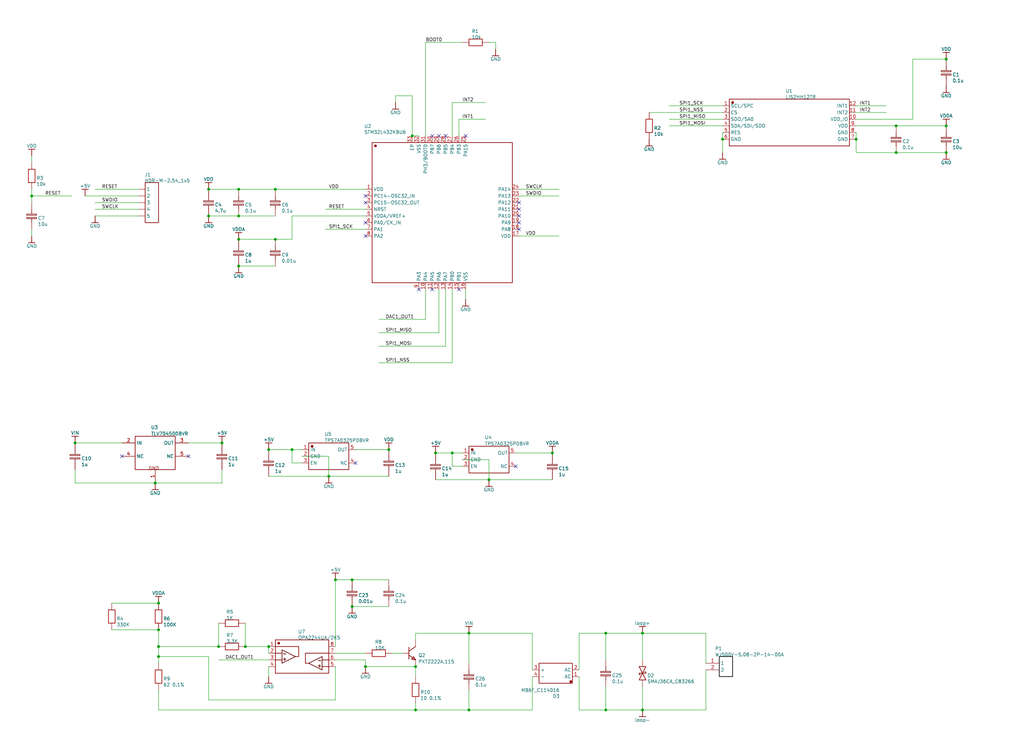
<source format=kicad_sch>
(kicad_sch (version 20231120) (generator "eeschema") (generator_version "8.0")
  (paper "User" 389.636 285.445)
  (lib_symbols
    (symbol "vibration_detection_AD_v02-altium-import:+5V_BAR" (power)
      (property "Reference" "#PWR" (at 0 0 0))
      (property "Value" "+5V" (at 0 3.81 0))
      (symbol "+5V_BAR_0_0"
        (pin power_in line (at 0 0 0) (length 0) hide (name "+5V") (number ""))
      )
    )
    (symbol "vibration_detection_AD_v02-altium-import:GND_BAR" (power)
      (property "Reference" "#PWR" (at 0 0 0))
      (property "Value" "GND" (at 0 3.81 0))
      (symbol "GND_BAR_0_0"
        (pin power_in line (at 0 0 0) (length 0) hide (name "GND") (number ""))
      )
    )
    (symbol "vibration_detection_AD_v02-altium-import:VDDA_BAR" (power)
      (property "Reference" "#PWR" (at 0 0 0))
      (property "Value" "VDDA" (at 0 3.81 0))
      (symbol "VDDA_BAR_0_0"
        (pin power_in line (at 0 0 0) (length 0) hide (name "VDDA") (number ""))
      )
    )
    (symbol "vibration_detection_AD_v02-altium-import:VDD_BAR" (power)
      (property "Reference" "#PWR" (at 0 0 0))
      (property "Value" "VDD" (at 0 3.81 0))
      (symbol "VDD_BAR_0_0"
        (pin power_in line (at 0 0 0) (length 0) hide (name "VDD") (number ""))
      )
    )
    (symbol "vibration_detection_AD_v02-altium-import:VIN_BAR" (power)
      (property "Reference" "#PWR" (at 0 0 0))
      (property "Value" "VIN" (at 0 3.81 0))
      (symbol "VIN_BAR_0_0"
        (pin power_in line (at 0 0 0) (length 0) hide (name "VIN") (number ""))
      )
    )
    (symbol "vibration_detection_AD_v02-altium-import:loop+_BAR" (power)
      (property "Reference" "#PWR" (at 0 0 0))
      (property "Value" "loop+" (at 0 3.81 0))
      (symbol "loop+_BAR_0_0"
        (pin power_in line (at 0 0 0) (length 0) hide (name "loop+") (number ""))
      )
    )
    (symbol "vibration_detection_AD_v02-altium-import:loop-_BAR" (power)
      (property "Reference" "#PWR" (at 0 0 0))
      (property "Value" "loop-" (at 0 3.81 0))
      (symbol "loop-_BAR_0_0"
        (pin power_in line (at 0 0 0) (length 0) hide (name "loop-") (number ""))
      )
    )
    (symbol "vibration_detection_AD_v02-altium-import:root_0_10k"
      (symbol "root_0_10k_1_0"
        (pin passive line (at -5.08 0 0) (length 2.54) (name "1") (number "1"))
        (pin passive line (at 5.08 0 180) (length 2.54) (name "2") (number "2"))
      )
    )
    (symbol "vibration_detection_AD_v02-altium-import:root_0_1K"
      (symbol "root_0_1K_1_0"
        (pin passive line (at -5.08 0 0) (length 2.54) (name "1") (number "1"))
        (pin passive line (at 5.08 0 180) (length 2.54) (name "2") (number "2"))
      )
    )
    (symbol "vibration_detection_AD_v02-altium-import:root_0_3.3K"
      (symbol "root_0_3.3K_1_0"
        (pin passive line (at -5.08 0 0) (length 2.54) (name "1") (number "1"))
        (pin passive line (at 5.08 0 180) (length 2.54) (name "2") (number "2"))
      )
    )
    (symbol "vibration_detection_AD_v02-altium-import:root_0_HDR-M-2.54_1x5"
      (symbol "root_0_HDR-M-2.54_1x5_1_0"
        (pin passive line (at -5.08 5.08 0) (length 2.54) (name "1") (number "1"))
        (pin passive line (at -5.08 2.54 0) (length 2.54) (name "2") (number "2"))
        (pin passive line (at -5.08 0 0) (length 2.54) (name "3") (number "3"))
        (pin passive line (at -5.08 -2.54 0) (length 2.54) (name "4") (number "4"))
        (pin passive line (at -5.08 -5.08 0) (length 2.54) (name "5") (number "5"))
      )
    )
    (symbol "vibration_detection_AD_v02-altium-import:root_0_LIS2HH12TR"
      (symbol "root_0_LIS2HH12TR_1_0"
        (pin passive line (at -25.4 6.35 0) (length 2.54) (name "SCL/SPC") (number "1"))
        (pin passive line (at 25.4 1.27 180) (length 2.54) (name "VDD_IO") (number "10"))
        (pin passive line (at 25.4 3.81 180) (length 2.54) (name "INT2") (number "11"))
        (pin passive line (at 25.4 6.35 180) (length 2.54) (name "INT1") (number "12"))
        (pin passive line (at -25.4 3.81 0) (length 2.54) (name "CS") (number "2"))
        (pin passive line (at -25.4 1.27 0) (length 2.54) (name "SDO/SA0") (number "3"))
        (pin passive line (at -25.4 -1.27 0) (length 2.54) (name "SDA/SDI/SDO") (number "4"))
        (pin passive line (at -25.4 -3.81 0) (length 2.54) (name "RES") (number "5"))
        (pin passive line (at -25.4 -6.35 0) (length 2.54) (name "GND") (number "6"))
        (pin passive line (at 25.4 -6.35 180) (length 2.54) (name "GND") (number "7"))
        (pin passive line (at 25.4 -3.81 180) (length 2.54) (name "GND") (number "8"))
        (pin passive line (at 25.4 -1.27 180) (length 2.54) (name "VDD") (number "9"))
      )
    )
    (symbol "vibration_detection_AD_v02-altium-import:root_0_MB6F_C114016"
      (symbol "root_0_MB6F_C114016_1_0"
        (pin passive line (at 10.16 0 180) (length 2.54) (name "AC") (number "1"))
        (pin passive line (at 10.16 2.54 180) (length 2.54) (name "AC") (number "2"))
        (pin passive line (at -7.62 2.54 0) (length 2.54) (name "+") (number "3"))
        (pin passive line (at -7.62 0 0) (length 2.54) (name "-") (number "4"))
      )
    )
    (symbol "vibration_detection_AD_v02-altium-import:root_0_OPA2244UA/2K5"
      (symbol "root_0_OPA2244UA/2K5_1_0"
        (pin passive line (at -12.7 3.81 0) (length 2.54) (name "OUTA") (number "1"))
        (pin passive line (at -12.7 1.27 0) (length 2.54) (name "INA-") (number "2"))
        (pin passive line (at -12.7 -1.27 0) (length 2.54) (name "INA+") (number "3"))
        (pin passive line (at -12.7 -3.81 0) (length 2.54) (name "V-") (number "4"))
        (pin passive line (at 12.7 -3.81 180) (length 2.54) (name "INB+") (number "5"))
        (pin passive line (at 12.7 -1.27 180) (length 2.54) (name "INB-") (number "6"))
        (pin passive line (at 12.7 1.27 180) (length 2.54) (name "OUTB") (number "7"))
        (pin passive line (at 12.7 3.81 180) (length 2.54) (name "V+") (number "8"))
      )
    )
    (symbol "vibration_detection_AD_v02-altium-import:root_0_PXT2222A,115"
      (symbol "root_0_PXT2222A,115_1_0"
        (pin passive line (at 0 -5.08 90) (length 2.54) (name "E") (number "1"))
        (pin passive line (at 0 5.08 270) (length 2.54) (name "C") (number "2"))
        (pin passive line (at -5.08 0 0) (length 2.54) (name "B") (number "3"))
      )
    )
    (symbol "vibration_detection_AD_v02-altium-import:root_0_STM32L432KBU6"
      (symbol "root_0_STM32L432KBU6_1_0"
        (pin passive line (at -29.21 8.89 0) (length 2.54) (name "VDD") (number "1"))
        (pin passive line (at -6.35 -29.21 90) (length 2.54) (name "PA4") (number "10"))
        (pin passive line (at -3.81 -29.21 90) (length 2.54) (name "PA5") (number "11"))
        (pin passive line (at -1.27 -29.21 90) (length 2.54) (name "PA6") (number "12"))
        (pin passive line (at 1.27 -29.21 90) (length 2.54) (name "PA7") (number "13"))
        (pin passive line (at 3.81 -29.21 90) (length 2.54) (name "PB0") (number "14"))
        (pin passive line (at 6.35 -29.21 90) (length 2.54) (name "PB1") (number "15"))
        (pin passive line (at 8.89 -29.21 90) (length 2.54) (name "VSS") (number "16"))
        (pin passive line (at 29.21 -8.89 180) (length 2.54) (name "VDD") (number "17"))
        (pin passive line (at 29.21 -6.35 180) (length 2.54) (name "PA8") (number "18"))
        (pin passive line (at 29.21 -3.81 180) (length 2.54) (name "PA9") (number "19"))
        (pin passive line (at -29.21 6.35 0) (length 2.54) (name "PC14-OSC32_IN") (number "2"))
        (pin passive line (at 29.21 -1.27 180) (length 2.54) (name "PA10") (number "20"))
        (pin passive line (at 29.21 1.27 180) (length 2.54) (name "PA11") (number "21"))
        (pin passive line (at 29.21 3.81 180) (length 2.54) (name "PA12") (number "22"))
        (pin passive line (at 29.21 6.35 180) (length 2.54) (name "PA13") (number "23"))
        (pin passive line (at 29.21 8.89 180) (length 2.54) (name "PA14") (number "24"))
        (pin passive line (at 8.89 29.21 270) (length 2.54) (name "PA15") (number "25"))
        (pin passive line (at 6.35 29.21 270) (length 2.54) (name "PB3") (number "26"))
        (pin passive line (at 3.81 29.21 270) (length 2.54) (name "PB4") (number "27"))
        (pin passive line (at 1.27 29.21 270) (length 2.54) (name "PB5") (number "28"))
        (pin passive line (at -1.27 29.21 270) (length 2.54) (name "PB6") (number "29"))
        (pin passive line (at -29.21 3.81 0) (length 2.54) (name "PC15-OSC32_OUT") (number "3"))
        (pin passive line (at -3.81 29.21 270) (length 2.54) (name "PB7") (number "30"))
        (pin passive line (at -6.35 29.21 270) (length 2.54) (name "PH3/BOOT0") (number "31"))
        (pin passive line (at -8.89 29.21 270) (length 2.54) (name "VSS") (number "32"))
        (pin passive line (at -11.43 29.21 270) (length 2.54) (name "EP") (number "33"))
        (pin passive line (at -29.21 1.27 0) (length 2.54) (name "NRST") (number "4"))
        (pin passive line (at -29.21 -1.27 0) (length 2.54) (name "VDDA/VREF+") (number "5"))
        (pin passive line (at -29.21 -3.81 0) (length 2.54) (name "PA0/CK_IN") (number "6"))
        (pin passive line (at -29.21 -6.35 0) (length 2.54) (name "PA1") (number "7"))
        (pin passive line (at -29.21 -8.89 0) (length 2.54) (name "PA2") (number "8"))
        (pin passive line (at -8.89 -29.21 90) (length 2.54) (name "PA3") (number "9"))
      )
    )
    (symbol "vibration_detection_AD_v02-altium-import:root_0_TLV70450DBVR"
      (symbol "root_0_TLV70450DBVR_1_0"
        (text "GND" (at -2.54 -4.064 0) (effects (font (size 1.27 1.27)) (justify left bottom)))
        (pin passive line (at 0 -8.89 90) (length 5.08) (name "GND") (number "1"))
        (pin passive line (at -12.7 6.35 0) (length 5.08) (name "IN") (number "2"))
        (pin passive line (at 12.7 6.35 180) (length 5.08) (name "OUT") (number "3"))
        (pin passive line (at -12.7 1.27 0) (length 5.08) (name "NC") (number "4"))
        (pin passive line (at 12.7 1.27 180) (length 5.08) (name "NC") (number "5"))
      )
    )
    (symbol "vibration_detection_AD_v02-altium-import:root_0_TPS7A0325PDBVR"
      (symbol "root_0_TPS7A0325PDBVR_1_0"
        (pin passive line (at -10.16 2.54 0) (length 2.54) (name "IN") (number "1"))
        (pin passive line (at -10.16 0 0) (length 2.54) (name "GND") (number "2"))
        (pin passive line (at -10.16 -2.54 0) (length 2.54) (name "EN") (number "3"))
        (pin passive line (at 10.16 -2.54 180) (length 2.54) (name "NC") (number "4"))
        (pin passive line (at 10.16 2.54 180) (length 2.54) (name "OUT") (number "5"))
      )
    )
    (symbol "vibration_detection_AD_v02-altium-import:root_1_0.01u"
      (symbol "root_1_0.01u_1_0"
        (pin passive line (at 0 -5.08 90) (length 2.54) (name "1") (number "1"))
        (pin passive line (at 0 5.08 270) (length 2.54) (name "2") (number "2"))
      )
    )
    (symbol "vibration_detection_AD_v02-altium-import:root_1_0.1u"
      (symbol "root_1_0.1u_1_0"
        (pin passive line (at 0 -5.08 90) (length 2.54) (name "1") (number "1"))
        (pin passive line (at 0 5.08 270) (length 2.54) (name "2") (number "2"))
      )
    )
    (symbol "vibration_detection_AD_v02-altium-import:root_1_10k"
      (symbol "root_1_10k_1_0"
        (pin passive line (at 0 -5.08 90) (length 2.54) (name "1") (number "1"))
        (pin passive line (at 0 5.08 270) (length 2.54) (name "2") (number "2"))
      )
    )
    (symbol "vibration_detection_AD_v02-altium-import:root_1_10u"
      (symbol "root_1_10u_1_0"
        (pin passive line (at 0 -5.08 90) (length 2.54) (name "1") (number "1"))
        (pin passive line (at 0 5.08 270) (length 2.54) (name "2") (number "2"))
      )
    )
    (symbol "vibration_detection_AD_v02-altium-import:root_1_1u"
      (symbol "root_1_1u_1_0"
        (pin passive line (at 0 -5.08 90) (length 2.54) (name "1") (number "1"))
        (pin passive line (at 0 5.08 270) (length 2.54) (name "2") (number "2"))
      )
    )
    (symbol "vibration_detection_AD_v02-altium-import:root_1_4.7u"
      (symbol "root_1_4.7u_1_0"
        (pin passive line (at 0 -5.08 90) (length 2.54) (name "1") (number "1"))
        (pin passive line (at 0 5.08 270) (length 2.54) (name "2") (number "2"))
      )
    )
    (symbol "vibration_detection_AD_v02-altium-import:root_1_SMAJ36CA_C83266"
      (symbol "root_1_SMAJ36CA_C83266_1_0"
        (pin passive line (at 0 -5.08 90) (length 2.54) (name "K") (number "1"))
        (pin passive line (at 0 5.08 270) (length 2.54) (name "A") (number "2"))
      )
    )
    (symbol "vibration_detection_AD_v02-altium-import:root_2_1k"
      (symbol "root_2_1k_1_0"
        (pin passive line (at 5.08 0 180) (length 2.54) (name "1") (number "1"))
        (pin passive line (at -5.08 0 0) (length 2.54) (name "2") (number "2"))
      )
    )
    (symbol "vibration_detection_AD_v02-altium-import:root_3_10 0.1%"
      (symbol "root_3_10 0.1%_1_0"
        (pin passive line (at 0 5.08 270) (length 2.54) (name "1") (number "1"))
        (pin passive line (at 0 -5.08 90) (length 2.54) (name "2") (number "2"))
      )
    )
    (symbol "vibration_detection_AD_v02-altium-import:root_3_100K"
      (symbol "root_3_100K_1_0"
        (pin passive line (at 0 5.08 270) (length 2.54) (name "1") (number "1"))
        (pin passive line (at 0 -5.08 90) (length 2.54) (name "2") (number "2"))
      )
    )
    (symbol "vibration_detection_AD_v02-altium-import:root_3_330K"
      (symbol "root_3_330K_1_0"
        (pin passive line (at 0 5.08 270) (length 2.54) (name "1") (number "1"))
        (pin passive line (at 0 -5.08 90) (length 2.54) (name "2") (number "2"))
      )
    )
    (symbol "vibration_detection_AD_v02-altium-import:root_3_62 0.1%"
      (symbol "root_3_62 0.1%_1_0"
        (pin passive line (at 0 5.08 270) (length 2.54) (name "1") (number "1"))
        (pin passive line (at 0 -5.08 90) (length 2.54) (name "2") (number "2"))
      )
    )
    (symbol "vibration_detection_AD_v02-altium-import:root_3_WJ500V-5.08-2P-14-00A"
      (symbol "root_3_WJ500V-5.08-2P-14-00A_1_0"
        (pin passive line (at -5.08 1.27 0) (length 5.08) (name "1") (number "1"))
        (pin passive line (at -5.08 -1.27 0) (length 5.08) (name "2") (number "2"))
      )
    )
  )
  (junction (at 59.055 183.7812))
  (junction (at 244.475 270.1412))
  (junction (at 125.095 181.2412))
  (junction (at 325.755 52.9712))
  (junction (at 244.475 240.9312))
  (junction (at 340.995 58.0512))
  (junction (at 230.505 240.9312))
  (junction (at 210.185 172.3512))
  (junction (at 158.115 253.6312))
  (junction (at 104.775 91.0712))
  (junction (at 147.955 171.0812))
  (junction (at 360.045 58.0512))
  (junction (at 133.985 230.7712))
  (junction (at 172.085 172.3512))
  (junction (at 274.955 52.9712))
  (junction (at 79.375 72.0212))
  (junction (at 360.045 22.4912))
  (junction (at 104.775 72.0212))
  (junction (at 93.345 246.0112))
  (junction (at 178.435 240.9312))
  (junction (at 139.065 253.6312))
  (junction (at 84.455 168.5412))
  (junction (at 28.575 168.5412))
  (junction (at 60.325 249.8212))
  (junction (at 60.325 246.0112))
  (junction (at 90.805 72.0212))
  (junction (at 127.635 220.6112))
  (junction (at 90.805 82.1812))
  (junction (at 60.325 229.5012))
  (junction (at 90.805 101.2312))
  (junction (at 83.185 246.0112))
  (junction (at 156.845 51.7012))
  (junction (at 12.065 74.5612))
  (junction (at 360.045 47.8912))
  (junction (at 230.505 270.1412))
  (junction (at 60.325 239.6612))
  (junction (at 79.375 82.1812))
  (junction (at 111.125 171.0812))
  (junction (at 102.235 171.0812))
  (junction (at 133.985 220.6112))
  (junction (at 165.735 172.3512))
  (junction (at 158.115 270.1412))
  (junction (at 340.995 47.8912))
  (junction (at 178.435 270.1412))
  (junction (at 90.805 91.0712))
  (junction (at 186.055 182.5112))
  (junction (at 102.235 246.0112))
  (no_connect (at 196.215 177.4312))
  (no_connect (at 197.485 87.2612))
  (no_connect (at 177.165 51.7012))
  (no_connect (at 139.065 89.8012))
  (no_connect (at 135.255 176.1612))
  (no_connect (at 164.465 110.1212))
  (no_connect (at 197.485 82.1812))
  (no_connect (at 174.625 110.1212))
  (no_connect (at 71.755 173.6212))
  (no_connect (at 139.065 74.5612))
  (no_connect (at 167.005 51.7012))
  (no_connect (at 169.545 51.7012))
  (no_connect (at 139.065 84.7212))
  (no_connect (at 164.465 51.7012))
  (no_connect (at 46.355 173.6212))
  (no_connect (at 159.385 110.1212))
  (no_connect (at 197.485 84.7212))
  (no_connect (at 139.065 77.1012))
  (no_connect (at 197.485 77.1012))
  (no_connect (at 197.485 79.6412))
  (wire (pts (xy 147.955 230.7712) (xy 133.985 230.7712)))
  (wire (pts (xy 230.505 251.0912) (xy 230.505 240.9312)))
  (wire (pts (xy 161.925 16.1412) (xy 161.925 51.7012)))
  (wire (pts (xy 175.895 174.8912) (xy 186.055 174.8912)))
  (wire (pts (xy 83.185 251.0912) (xy 102.235 251.0912)))
  (wire (pts (xy 230.505 261.2512) (xy 230.505 270.1412)))
  (wire (pts (xy 42.545 239.6612) (xy 60.325 239.6612)))
  (wire (pts (xy 244.475 270.1412) (xy 244.475 261.2512)))
  (wire (pts (xy 161.925 121.5512) (xy 144.145 121.5512)))
  (wire (pts (xy 42.545 229.5012) (xy 60.325 229.5012)))
  (wire (pts (xy 139.065 248.5512) (xy 127.635 248.5512)))
  (wire (pts (xy 27.305 74.5612) (xy 12.065 74.5612)))
  (wire (pts (xy 274.955 52.9712) (xy 274.955 50.4312)))
  (wire (pts (xy 123.825 79.6412) (xy 139.065 79.6412)))
  (wire (pts (xy 158.115 240.9312) (xy 158.115 243.4712)))
  (wire (pts (xy 111.125 171.0812) (xy 114.935 171.0812)))
  (wire (pts (xy 202.565 254.9012) (xy 202.565 240.9312)))
  (wire (pts (xy 60.325 270.1412) (xy 158.115 270.1412)))
  (wire (pts (xy 268.605 270.1412) (xy 244.475 270.1412)))
  (wire (pts (xy 52.705 79.6412) (xy 36.195 79.6412)))
  (wire (pts (xy 202.565 240.9312) (xy 178.435 240.9312)))
  (wire (pts (xy 127.635 266.3312) (xy 127.635 253.6312)))
  (wire (pts (xy 274.955 40.2712) (xy 254.635 40.2712)))
  (wire (pts (xy 158.115 270.1412) (xy 158.115 267.6012)))
  (wire (pts (xy 347.345 22.4912) (xy 360.045 22.4912)))
  (wire (pts (xy 174.625 51.7012) (xy 174.625 45.3512)))
  (wire (pts (xy 178.435 270.1412) (xy 158.115 270.1412)))
  (wire (pts (xy 60.325 262.5212) (xy 60.325 270.1412)))
  (wire (pts (xy 360.045 47.8912) (xy 340.995 47.8912)))
  (wire (pts (xy 104.775 91.0712) (xy 111.125 91.0712)))
  (wire (pts (xy 340.995 47.8912) (xy 325.755 47.8912)))
  (wire (pts (xy 102.235 253.6312) (xy 102.235 257.4412)))
  (wire (pts (xy 90.805 72.0212) (xy 104.775 72.0212)))
  (wire (pts (xy 139.065 251.0912) (xy 139.065 253.6312)))
  (wire (pts (xy 268.605 240.9312) (xy 244.475 240.9312)))
  (wire (pts (xy 172.085 138.0612) (xy 144.145 138.0612)))
  (wire (pts (xy 178.435 240.9312) (xy 158.115 240.9312)))
  (wire (pts (xy 169.545 110.1212) (xy 169.545 131.7112)))
  (wire (pts (xy 111.125 176.1612) (xy 111.125 171.0812)))
  (wire (pts (xy 172.085 172.3512) (xy 175.895 172.3512)))
  (wire (pts (xy 133.985 220.6112) (xy 127.635 220.6112)))
  (wire (pts (xy 79.375 72.0212) (xy 90.805 72.0212)))
  (wire (pts (xy 139.065 253.6312) (xy 158.115 253.6312)))
  (wire (pts (xy 150.495 39.0012) (xy 150.495 36.4612)))
  (wire (pts (xy 127.635 220.6112) (xy 127.635 246.0112)))
  (wire (pts (xy 244.475 240.9312) (xy 244.475 251.0912)))
  (wire (pts (xy 230.505 270.1412) (xy 244.475 270.1412)))
  (wire (pts (xy 60.325 239.6612) (xy 60.325 246.0112)))
  (wire (pts (xy 167.005 126.6312) (xy 144.145 126.6312)))
  (wire (pts (xy 167.005 110.1212) (xy 167.005 126.6312)))
  (wire (pts (xy 135.255 171.0812) (xy 147.955 171.0812)))
  (wire (pts (xy 161.925 110.1212) (xy 161.925 121.5512)))
  (wire (pts (xy 325.755 45.3512) (xy 347.345 45.3512)))
  (wire (pts (xy 60.325 249.8212) (xy 79.375 249.8212)))
  (wire (pts (xy 52.705 82.1812) (xy 36.195 82.1812)))
  (wire (pts (xy 202.565 270.1412) (xy 178.435 270.1412)))
  (wire (pts (xy 347.345 45.3512) (xy 347.345 22.4912)))
  (wire (pts (xy 156.845 51.7012) (xy 159.385 51.7012)))
  (wire (pts (xy 175.895 16.1412) (xy 161.925 16.1412)))
  (wire (pts (xy 28.575 178.7012) (xy 28.575 183.7812)))
  (wire (pts (xy 220.345 240.9312) (xy 230.505 240.9312)))
  (wire (pts (xy 79.375 266.3312) (xy 127.635 266.3312)))
  (wire (pts (xy 172.085 177.4312) (xy 172.085 172.3512)))
  (wire (pts (xy 102.235 181.2412) (xy 125.095 181.2412)))
  (wire (pts (xy 212.725 72.0212) (xy 197.485 72.0212)))
  (wire (pts (xy 71.755 168.5412) (xy 84.455 168.5412)))
  (wire (pts (xy 274.955 47.8912) (xy 254.635 47.8912)))
  (wire (pts (xy 197.485 74.5612) (xy 212.725 74.5612)))
  (wire (pts (xy 104.775 72.0212) (xy 139.065 72.0212)))
  (wire (pts (xy 102.235 171.0812) (xy 111.125 171.0812)))
  (wire (pts (xy 52.705 77.1012) (xy 36.195 77.1012)))
  (wire (pts (xy 79.375 82.1812) (xy 90.805 82.1812)))
  (wire (pts (xy 274.955 58.0512) (xy 274.955 52.9712)))
  (wire (pts (xy 186.055 16.1412) (xy 188.595 16.1412)))
  (wire (pts (xy 325.755 50.4312) (xy 325.755 52.9712)))
  (wire (pts (xy 156.845 36.4612) (xy 156.845 51.7012)))
  (wire (pts (xy 202.565 257.4412) (xy 202.565 270.1412)))
  (wire (pts (xy 90.805 82.1812) (xy 104.775 82.1812)))
  (wire (pts (xy 60.325 246.0112) (xy 83.185 246.0112)))
  (wire (pts (xy 84.455 183.7812) (xy 84.455 178.7012)))
  (wire (pts (xy 247.015 42.8112) (xy 274.955 42.8112)))
  (wire (pts (xy 186.055 174.8912) (xy 186.055 182.5112)))
  (wire (pts (xy 60.325 249.8212) (xy 60.325 252.3612)))
  (wire (pts (xy 325.755 42.8112) (xy 337.185 42.8112)))
  (wire (pts (xy 12.065 74.5612) (xy 12.065 72.0212)))
  (wire (pts (xy 230.505 240.9312) (xy 244.475 240.9312)))
  (wire (pts (xy 79.375 249.8212) (xy 79.375 266.3312)))
  (wire (pts (xy 268.605 254.9012) (xy 268.605 270.1412)))
  (wire (pts (xy 102.235 246.0112) (xy 102.235 248.5512)))
  (wire (pts (xy 188.595 16.1412) (xy 188.595 18.6812)))
  (wire (pts (xy 93.345 237.1212) (xy 93.345 246.0112)))
  (wire (pts (xy 150.495 36.4612) (xy 156.845 36.4612)))
  (wire (pts (xy 186.055 182.5112) (xy 165.735 182.5112)))
  (wire (pts (xy 210.185 172.3512) (xy 196.215 172.3512)))
  (wire (pts (xy 177.165 113.9312) (xy 177.165 110.1212)))
  (wire (pts (xy 174.625 45.3512) (xy 184.785 45.3512)))
  (wire (pts (xy 165.735 172.3512) (xy 172.085 172.3512)))
  (wire (pts (xy 111.125 91.0712) (xy 111.125 82.1812)))
  (wire (pts (xy 153.035 248.5512) (xy 149.225 248.5512)))
  (wire (pts (xy 340.995 58.0512) (xy 360.045 58.0512)))
  (wire (pts (xy 12.065 77.1012) (xy 12.065 74.5612)))
  (wire (pts (xy 114.935 176.1612) (xy 111.125 176.1612)))
  (wire (pts (xy 178.435 262.5212) (xy 178.435 270.1412)))
  (wire (pts (xy 175.895 177.4312) (xy 172.085 177.4312)))
  (wire (pts (xy 210.185 182.5112) (xy 186.055 182.5112)))
  (wire (pts (xy 274.955 45.3512) (xy 254.635 45.3512)))
  (wire (pts (xy 125.095 173.6212) (xy 125.095 181.2412)))
  (wire (pts (xy 325.755 52.9712) (xy 325.755 58.0512)))
  (wire (pts (xy 32.385 74.5612) (xy 52.705 74.5612)))
  (wire (pts (xy 93.345 246.0112) (xy 102.235 246.0112)))
  (wire (pts (xy 325.755 58.0512) (xy 340.995 58.0512)))
  (wire (pts (xy 220.345 270.1412) (xy 230.505 270.1412)))
  (wire (pts (xy 147.955 220.6112) (xy 133.985 220.6112)))
  (wire (pts (xy 36.195 72.0212) (xy 52.705 72.0212)))
  (wire (pts (xy 90.805 101.2312) (xy 104.775 101.2312)))
  (wire (pts (xy 169.545 131.7112) (xy 144.145 131.7112)))
  (wire (pts (xy 178.435 252.3612) (xy 178.435 240.9312)))
  (wire (pts (xy 172.085 110.1212) (xy 172.085 138.0612)))
  (wire (pts (xy 172.085 39.0012) (xy 184.785 39.0012)))
  (wire (pts (xy 83.185 237.1212) (xy 83.185 246.0112)))
  (wire (pts (xy 111.125 82.1812) (xy 139.065 82.1812)))
  (wire (pts (xy 220.345 257.4412) (xy 220.345 270.1412)))
  (wire (pts (xy 90.805 91.0712) (xy 104.775 91.0712)))
  (wire (pts (xy 158.115 253.6312) (xy 158.115 257.4412)))
  (wire (pts (xy 268.605 252.3612) (xy 268.605 240.9312)))
  (wire (pts (xy 12.065 89.8012) (xy 12.065 87.2612)))
  (wire (pts (xy 60.325 246.0112) (xy 60.325 249.8212)))
  (wire (pts (xy 325.755 40.2712) (xy 337.185 40.2712)))
  (wire (pts (xy 12.065 61.8612) (xy 12.065 59.3212)))
  (wire (pts (xy 139.065 87.2612) (xy 123.825 87.2612)))
  (wire (pts (xy 114.935 173.6212) (xy 125.095 173.6212)))
  (wire (pts (xy 212.725 89.8012) (xy 197.485 89.8012)))
  (wire (pts (xy 28.575 183.7812) (xy 59.055 183.7812)))
  (wire (pts (xy 172.085 51.7012) (xy 172.085 39.0012)))
  (wire (pts (xy 127.635 251.0912) (xy 139.065 251.0912)))
  (wire (pts (xy 59.055 183.7812) (xy 84.455 183.7812)))
  (wire (pts (xy 28.575 168.5412) (xy 46.355 168.5412)))
  (wire (pts (xy 220.345 254.9012) (xy 220.345 240.9312)))
  (wire (pts (xy 125.095 181.2412) (xy 147.955 181.2412)))
  (label "INT1" (at 175.895 45.3512 0))
  (label "DAC1_OUT1" (at 85.725 251.0912 0))
  (label "SPI1_MISO" (at 258.445 45.3512 0))
  (label "VDD" (at 125.095 72.0212 0))
  (label "SPI1_NSS" (at 146.685 138.0612 0))
  (label "RESET" (at 125.095 79.6412 0))
  (label "SPI1_SCK" (at 125.095 87.2612 0))
  (label "INT2" (at 175.895 39.0012 0))
  (label "DAC1_OUT1" (at 146.685 121.5512 0))
  (label "SWCLK" (at 200.025 72.0212 0))
  (label "SWDIO" (at 200.025 74.5612 0))
  (label "SPI1_SCK" (at 258.445 40.2712 0))
  (label "INT2" (at 327.025 42.8112 0))
  (label "SPI1_MOSI" (at 258.445 47.8912 0))
  (label "RESET" (at 38.735 72.0212 0))
  (label "SPI1_MISO" (at 146.685 126.6312 0))
  (label "INT1" (at 327.025 40.2712 0))
  (label "SPI1_MOSI" (at 146.685 131.7112 0))
  (label "SPI1_NSS" (at 258.445 42.8112 0))
  (label "RESET" (at 17.145 74.5612 0))
  (label "BOOT0" (at 161.925 16.1412 0))
  (label "SWCLK" (at 38.735 79.6412 0))
  (label "SWDIO" (at 38.735 77.1012 0))
  (label "VDD" (at 200.025 89.8012 0))
  (symbol (lib_id "vibration_detection_AD_v02-altium-import:root_3_WJ500V-5.08-2P-14-00A") (at 273.685 253.6312 0) (unit 1)
    (property "Reference" "P1" (at 272.047 247.5192 0) (effects (justify left bottom)))
    (property "Value" "WJ500V-5.08-2P-14-00A" (at 272.047 249.8002 0) (effects (justify left bottom)))
    (property "Footprint" "CONN-TH_2P-P5.00_WJ500V-5.08-2P" (effects (hide yes)))
    (property "SUPPLIER" "LCSC" (effects (hide yes)))
    (property "MANUFACTURER" "KANGNEX(康奈克斯电气)" (effects (hide yes)))
    (property "MANUFACTURER PART" "WJ500V-5.08-2P" (effects (hide yes)))
    (property "SUPPLIER PART" "C8465" (effects (hide yes)))
    (property "JLCPCB PART CLASS" "Extended Part" (effects (hide yes)))
    (property "SPICEPRE" "P" (effects (hide yes)))
    (property "SPICESYMBOLNAME" "WJ500V-5.08-2P-14-00A" (effects (hide yes)))
  )
  (symbol (lib_id "vibration_detection_AD_v02-altium-import:GND_BAR") (at 79.375 82.1812 0) (unit 1)
    (property "Reference" "#PWR?" (effects (hide yes)))
    (property "Value" "GND" (at 79.375 85.9912 0))
  )
  (symbol (lib_id "vibration_detection_AD_v02-altium-import:GND_BAR") (at 12.065 89.8012 0) (unit 1)
    (property "Reference" "#PWR?" (effects (hide yes)))
    (property "Value" "GND" (at 12.065 93.6112 0))
  )
  (symbol (lib_id "vibration_detection_AD_v02-altium-import:root_0_HDR-M-2.54_1x5") (at 57.785 77.1012 0) (unit 1)
    (property "Reference" "J1" (at 55.004 67.2002 0) (effects (justify left bottom)))
    (property "Value" "HDR-M-2.54_1x5" (at 55.004 69.4602 0) (effects (justify left bottom)))
    (property "Footprint" "HDR-M-2.54_1X5" (effects (hide yes)))
    (property "SUPPLIER PART" "C358687" (effects (hide yes)))
    (property "SUPPLIER" "LCSC" (effects (hide yes)))
    (property "CONTRIBUTOR" "LCEDA_Lib" (effects (hide yes)))
    (property "SPICEPRE" "J" (effects (hide yes)))
    (property "SPICESYMBOLNAME" "HDR-M-2.54_1x5" (effects (hide yes)))
  )
  (symbol (lib_id "vibration_detection_AD_v02-altium-import:VDD_BAR") (at 360.045 22.4912 180) (unit 1)
    (property "Reference" "#PWR?" (effects (hide yes)))
    (property "Value" "VDD" (at 360.045 18.6812 0))
  )
  (symbol (lib_id "vibration_detection_AD_v02-altium-import:GND_BAR") (at 125.095 181.2412 0) (unit 1)
    (property "Reference" "#PWR?" (effects (hide yes)))
    (property "Value" "GND" (at 125.095 185.0512 0))
  )
  (symbol (lib_id "vibration_detection_AD_v02-altium-import:GND_BAR") (at 36.195 82.1812 0) (unit 1)
    (property "Reference" "#PWR?" (effects (hide yes)))
    (property "Value" "GND" (at 36.195 85.9912 0))
  )
  (symbol (lib_id "vibration_detection_AD_v02-altium-import:GND_BAR") (at 360.045 58.0512 0) (unit 1)
    (property "Reference" "#PWR?" (effects (hide yes)))
    (property "Value" "GND" (at 360.045 61.8612 0))
  )
  (symbol (lib_id "vibration_detection_AD_v02-altium-import:VDDA_BAR") (at 360.045 47.8912 180) (unit 1)
    (property "Reference" "#PWR?" (effects (hide yes)))
    (property "Value" "VDDA" (at 360.045 44.0812 0))
  )
  (symbol (lib_id "vibration_detection_AD_v02-altium-import:root_0_STM32L432KBU6") (at 168.275 80.9112 0) (unit 1)
    (property "Reference" "U2" (at 138.557 48.7772 0) (effects (justify left bottom)))
    (property "Value" "STM32L432KBU6" (at 138.557 51.0052 0) (effects (justify left bottom)))
    (property "Footprint" "UFQFPN-32_L5.0-W5.0-P0.50-TL-EP3.5" (effects (hide yes)))
    (property "SPICEPRE" "X" (effects (hide yes)))
    (property "SUPPLIER PART" "C94784" (effects (hide yes)))
    (property "SUPPLIER" "LCSC" (effects (hide yes)))
    (property "MANUFACTURER" "ST(意法半导体)" (effects (hide yes)))
    (property "MANUFACTURER PART" "STM32L432KBU6" (effects (hide yes)))
    (property "JLCPCB PART CLASS" "Extended Part" (effects (hide yes)))
    (property "SPICESYMBOLNAME" "STM32L432KBU6" (effects (hide yes)))
  )
  (symbol (lib_id "vibration_detection_AD_v02-altium-import:root_1_1u") (at 165.735 177.4312 0) (unit 1)
    (property "Reference" "C14" (at 168.072 178.9782 0) (effects (justify left bottom)))
    (property "Value" "1u" (at 168.072 181.2642 0) (effects (justify left bottom)))
    (property "Footprint" "C0603" (effects (hide yes)))
    (property "NAMEALIAS" "Value(F)" (effects (hide yes)))
    (property "CONTRIBUTOR" "LCEDA_Lib" (effects (hide yes)))
    (property "SPICEPRE" "C" (effects (hide yes)))
    (property "SPICESYMBOLNAME" "C_0805_EU" (effects (hide yes)))
  )
  (symbol (lib_id "vibration_detection_AD_v02-altium-import:VIN_BAR") (at 28.575 168.5412 180) (unit 1)
    (property "Reference" "#PWR?" (effects (hide yes)))
    (property "Value" "VIN" (at 28.575 164.7312 0))
  )
  (symbol (lib_id "vibration_detection_AD_v02-altium-import:root_0_PXT2222A,115") (at 158.115 248.5512 0) (unit 1)
    (property "Reference" "Q2" (at 159.131 250.0772 0) (effects (justify left bottom)))
    (property "Value" "PXT2222A,115" (at 159.131 252.4832 0) (effects (justify left bottom)))
    (property "Footprint" "SOT-89-3_L4.5-W2.5-P1.50-LS4.1-TR" (effects (hide yes)))
    (property "CONTRIBUTOR" "LCSC" (effects (hide yes)))
    (property "SUPPLIER" "LCSC" (effects (hide yes)))
    (property "SUPPLIER PART" "C426879" (effects (hide yes)))
    (property "MANUFACTURER" "Nexperia(安世)" (effects (hide yes)))
    (property "MANUFACTURER PART" "PXT2222A,115" (effects (hide yes)))
    (property "JLCPCB PART CLASS" "Extended Part" (effects (hide yes)))
    (property "SPICEPRE" "Q" (effects (hide yes)))
    (property "SPICESYMBOLNAME" "PXT2222A,115" (effects (hide yes)))
  )
  (symbol (lib_id "vibration_detection_AD_v02-altium-import:root_2_1k") (at 144.145 248.5512 0) (unit 1)
    (property "Reference" "R8" (at 142.631 244.9922 0) (effects (justify left bottom)))
    (property "Value" "10K" (at 142.631 247.2602 0) (effects (justify left bottom)))
    (property "Footprint" "R0603" (effects (hide yes)))
    (property "NAMEALIAS" "Value(Ω)" (effects (hide yes)))
    (property "CONTRIBUTOR" "LCEDA_Lib" (effects (hide yes)))
    (property "SPICEPRE" "R" (effects (hide yes)))
    (property "SPICESYMBOLNAME" "R_0805_EU" (effects (hide yes)))
  )
  (symbol (lib_id "vibration_detection_AD_v02-altium-import:root_1_0.1u") (at 104.775 77.1012 0) (unit 1)
    (property "Reference" "C6" (at 107.112 78.6482 0) (effects (justify left bottom)))
    (property "Value" "0.1u" (at 107.112 80.9342 0) (effects (justify left bottom)))
    (property "Footprint" "C0603" (effects (hide yes)))
    (property "NAMEALIAS" "Value(F)" (effects (hide yes)))
    (property "CONTRIBUTOR" "LCEDA_Lib" (effects (hide yes)))
    (property "SPICEPRE" "C" (effects (hide yes)))
    (property "SPICESYMBOLNAME" "C_0805_EU" (effects (hide yes)))
  )
  (symbol (lib_id "vibration_detection_AD_v02-altium-import:VDD_BAR") (at 79.375 72.0212 180) (unit 1)
    (property "Reference" "#PWR?" (effects (hide yes)))
    (property "Value" "VDD" (at 79.375 68.2112 0))
  )
  (symbol (lib_id "vibration_detection_AD_v02-altium-import:root_1_1u") (at 84.455 173.6212 0) (unit 1)
    (property "Reference" "C11" (at 86.792 175.1682 0) (effects (justify left bottom)))
    (property "Value" "1u" (at 86.792 177.4542 0) (effects (justify left bottom)))
    (property "Footprint" "C0603" (effects (hide yes)))
    (property "NAMEALIAS" "Value(F)" (effects (hide yes)))
    (property "CONTRIBUTOR" "LCEDA_Lib" (effects (hide yes)))
    (property "SPICEPRE" "C" (effects (hide yes)))
    (property "SPICESYMBOLNAME" "C_0805_EU" (effects (hide yes)))
  )
  (symbol (lib_id "vibration_detection_AD_v02-altium-import:GND_BAR") (at 102.235 257.4412 0) (unit 1)
    (property "Reference" "#PWR?" (effects (hide yes)))
    (property "Value" "GND" (at 102.235 261.2512 0))
  )
  (symbol (lib_id "vibration_detection_AD_v02-altium-import:GND_BAR") (at 59.055 183.7812 0) (unit 1)
    (property "Reference" "#PWR?" (effects (hide yes)))
    (property "Value" "GND" (at 59.055 187.5912 0))
  )
  (symbol (lib_id "vibration_detection_AD_v02-altium-import:root_1_0.1u") (at 147.955 225.6912 0) (unit 1)
    (property "Reference" "C24" (at 150.292 227.2382 0) (effects (justify left bottom)))
    (property "Value" "0.1u" (at 150.292 229.5242 0) (effects (justify left bottom)))
    (property "Footprint" "C0603" (effects (hide yes)))
    (property "NAMEALIAS" "Value(F)" (effects (hide yes)))
    (property "CONTRIBUTOR" "LCEDA_Lib" (effects (hide yes)))
    (property "SPICEPRE" "C" (effects (hide yes)))
    (property "SPICESYMBOLNAME" "C_0805_EU" (effects (hide yes)))
  )
  (symbol (lib_id "vibration_detection_AD_v02-altium-import:root_0_10k") (at 180.975 16.1412 0) (unit 1)
    (property "Reference" "R1" (at 179.451 12.6282 0) (effects (justify left bottom)))
    (property "Value" "10k" (at 179.451 14.8502 0) (effects (justify left bottom)))
    (property "Footprint" "R0603" (effects (hide yes)))
    (property "NAMEALIAS" "Value(Ω)" (effects (hide yes)))
    (property "CONTRIBUTOR" "LCEDA_Lib" (effects (hide yes)))
    (property "SPICEPRE" "R" (effects (hide yes)))
    (property "SPICESYMBOLNAME" "R_0805_EU" (effects (hide yes)))
  )
  (symbol (lib_id "vibration_detection_AD_v02-altium-import:VDDA_BAR") (at 60.325 229.5012 180) (unit 1)
    (property "Reference" "#PWR?" (effects (hide yes)))
    (property "Value" "VDDA" (at 60.325 225.6912 0))
  )
  (symbol (lib_id "vibration_detection_AD_v02-altium-import:GND_BAR") (at 274.955 58.0512 0) (unit 1)
    (property "Reference" "#PWR?" (effects (hide yes)))
    (property "Value" "GND" (at 274.955 61.8612 0))
  )
  (symbol (lib_id "vibration_detection_AD_v02-altium-import:root_0_1K") (at 88.265 237.1212 0) (unit 1)
    (property "Reference" "R5" (at 86.091 233.5492 0) (effects (justify left bottom)))
    (property "Value" "1K" (at 86.091 235.8302 0) (effects (justify left bottom)))
    (property "Footprint" "R0603" (effects (hide yes)))
    (property "NAMEALIAS" "Value(Ω)" (effects (hide yes)))
    (property "CONTRIBUTOR" "LCEDA_Lib" (effects (hide yes)))
    (property "SPICEPRE" "R" (effects (hide yes)))
    (property "SPICESYMBOLNAME" "R_0805_EU" (effects (hide yes)))
  )
  (symbol (lib_id "vibration_detection_AD_v02-altium-import:VDDA_BAR") (at 210.185 172.3512 180) (unit 1)
    (property "Reference" "#PWR?" (effects (hide yes)))
    (property "Value" "VDDA" (at 210.185 168.5412 0))
  )
  (symbol (lib_id "vibration_detection_AD_v02-altium-import:root_1_0.01u") (at 104.775 96.1512 0) (unit 1)
    (property "Reference" "C9" (at 107.112 97.6982 0) (effects (justify left bottom)))
    (property "Value" "0.01u" (at 107.112 99.9842 0) (effects (justify left bottom)))
    (property "Footprint" "C0603" (effects (hide yes)))
    (property "NAMEALIAS" "Value(F)" (effects (hide yes)))
    (property "CONTRIBUTOR" "LCEDA_Lib" (effects (hide yes)))
    (property "SPICEPRE" "C" (effects (hide yes)))
    (property "SPICESYMBOLNAME" "C_0805_EU" (effects (hide yes)))
  )
  (symbol (lib_id "vibration_detection_AD_v02-altium-import:GND_BAR") (at 150.495 39.0012 0) (unit 1)
    (property "Reference" "#PWR?" (effects (hide yes)))
    (property "Value" "GND" (at 150.495 42.8112 0))
  )
  (symbol (lib_id "vibration_detection_AD_v02-altium-import:root_1_0.1u") (at 90.805 77.1012 0) (unit 1)
    (property "Reference" "C5" (at 93.142 78.6482 0) (effects (justify left bottom)))
    (property "Value" "0.1u" (at 93.142 80.9342 0) (effects (justify left bottom)))
    (property "Footprint" "C0603" (effects (hide yes)))
    (property "NAMEALIAS" "Value(F)" (effects (hide yes)))
    (property "CONTRIBUTOR" "LCEDA_Lib" (effects (hide yes)))
    (property "SPICEPRE" "C" (effects (hide yes)))
    (property "SPICESYMBOLNAME" "C_0805_EU" (effects (hide yes)))
  )
  (symbol (lib_id "vibration_detection_AD_v02-altium-import:root_3_100K") (at 60.325 234.5812 0) (unit 1)
    (property "Reference" "R6" (at 62.103 236.1482 0) (effects (justify left bottom)))
    (property "Value" "100K" (at 62.103 238.4162 0) (effects (justify left bottom)))
    (property "Footprint" "R0603" (effects (hide yes)))
    (property "NAMEALIAS" "Value(Ω)" (effects (hide yes)))
    (property "CONTRIBUTOR" "LCEDA_Lib" (effects (hide yes)))
    (property "SPICEPRE" "R" (effects (hide yes)))
    (property "SPICESYMBOLNAME" "R_0805_EU" (effects (hide yes)))
  )
  (symbol (lib_id "vibration_detection_AD_v02-altium-import:root_0_TPS7A0325PDBVR") (at 125.095 173.6212 0) (unit 1)
    (property "Reference" "U5" (at 123.454 165.8912 0) (effects (justify left bottom)))
    (property "Value" "TPS7A0325PDBVR" (at 123.454 168.2972 0) (effects (justify left bottom)))
    (property "Footprint" "SOT-23-5_L2.9-W1.6-P0.95-LS2.8-BR" (effects (hide yes)))
    (property "CONTRIBUTOR" "lcsc" (effects (hide yes)))
    (property "SUPPLIER" "LCSC" (effects (hide yes)))
    (property "SUPPLIER PART" "C3748945" (effects (hide yes)))
    (property "MANUFACTURER" "TI(德州仪器)" (effects (hide yes)))
    (property "MANUFACTURER PART" "TPS7A0325PDBVR" (effects (hide yes)))
    (property "JLCPCB PART CLASS" "Extended Part" (effects (hide yes)))
    (property "SPICEPRE" "U" (effects (hide yes)))
    (property "SPICESYMBOLNAME" "TPS7A0325PDBVR" (effects (hide yes)))
  )
  (symbol (lib_id "vibration_detection_AD_v02-altium-import:root_3_62 0.1%") (at 60.325 257.4412 0) (unit 1)
    (property "Reference" "R9" (at 62.103 259.0082 0) (effects (justify left bottom)))
    (property "Value" "62 0.1%" (at 62.103 261.2762 0) (effects (justify left bottom)))
    (property "Footprint" "R0603" (effects (hide yes)))
    (property "NAMEALIAS" "Value(Ω)" (effects (hide yes)))
    (property "CONTRIBUTOR" "LCEDA_Lib" (effects (hide yes)))
    (property "SPICEPRE" "R" (effects (hide yes)))
    (property "SPICESYMBOLNAME" "R_0805_EU" (effects (hide yes)))
  )
  (symbol (lib_id "vibration_detection_AD_v02-altium-import:+5V_BAR") (at 32.385 74.5612 180) (unit 1)
    (property "Reference" "#PWR?" (effects (hide yes)))
    (property "Value" "+5V" (at 32.385 70.7512 0))
  )
  (symbol (lib_id "vibration_detection_AD_v02-altium-import:root_1_10u") (at 360.045 52.9712 0) (unit 1)
    (property "Reference" "C3" (at 362.382 54.5182 0) (effects (justify left bottom)))
    (property "Value" "10u" (at 362.382 56.8042 0) (effects (justify left bottom)))
    (property "Footprint" "C0603" (effects (hide yes)))
    (property "NAMEALIAS" "Value(F)" (effects (hide yes)))
    (property "CONTRIBUTOR" "LCEDA_Lib" (effects (hide yes)))
    (property "SPICEPRE" "C" (effects (hide yes)))
    (property "SPICESYMBOLNAME" "C_0805_EU" (effects (hide yes)))
  )
  (symbol (lib_id "vibration_detection_AD_v02-altium-import:GND_BAR") (at 247.015 52.9712 0) (unit 1)
    (property "Reference" "#PWR?" (effects (hide yes)))
    (property "Value" "GND" (at 247.015 56.7812 0))
  )
  (symbol (lib_id "vibration_detection_AD_v02-altium-import:root_1_10u") (at 12.065 82.1812 0) (unit 1)
    (property "Reference" "C7" (at 14.402 83.7282 0) (effects (justify left bottom)))
    (property "Value" "10u" (at 14.402 86.0142 0) (effects (justify left bottom)))
    (property "Footprint" "C0603" (effects (hide yes)))
    (property "NAMEALIAS" "Value(F)" (effects (hide yes)))
    (property "CONTRIBUTOR" "LCEDA_Lib" (effects (hide yes)))
    (property "SPICEPRE" "C" (effects (hide yes)))
    (property "SPICESYMBOLNAME" "C_0805_EU" (effects (hide yes)))
  )
  (symbol (lib_id "vibration_detection_AD_v02-altium-import:GND_BAR") (at 139.065 253.6312 0) (unit 1)
    (property "Reference" "#PWR?" (effects (hide yes)))
    (property "Value" "GND" (at 139.065 257.4412 0))
  )
  (symbol (lib_id "vibration_detection_AD_v02-altium-import:GND_BAR") (at 360.045 32.6512 0) (unit 1)
    (property "Reference" "#PWR?" (effects (hide yes)))
    (property "Value" "GND" (at 360.045 36.4612 0))
  )
  (symbol (lib_id "vibration_detection_AD_v02-altium-import:root_1_1u") (at 28.575 173.6212 0) (unit 1)
    (property "Reference" "C10" (at 30.912 175.1682 0) (effects (justify left bottom)))
    (property "Value" "1u" (at 30.912 177.4542 0) (effects (justify left bottom)))
    (property "Footprint" "C0603" (effects (hide yes)))
    (property "NAMEALIAS" "Value(F)" (effects (hide yes)))
    (property "CONTRIBUTOR" "LCEDA_Lib" (effects (hide yes)))
    (property "SPICEPRE" "C" (effects (hide yes)))
    (property "SPICESYMBOLNAME" "C_0805_EU" (effects (hide yes)))
  )
  (symbol (lib_id "vibration_detection_AD_v02-altium-import:+5V_BAR") (at 84.455 168.5412 180) (unit 1)
    (property "Reference" "#PWR?" (effects (hide yes)))
    (property "Value" "+5V" (at 84.455 164.7312 0))
  )
  (symbol (lib_id "vibration_detection_AD_v02-altium-import:+5V_BAR") (at 102.235 171.0812 180) (unit 1)
    (property "Reference" "#PWR?" (effects (hide yes)))
    (property "Value" "+5V" (at 102.235 167.2712 0))
  )
  (symbol (lib_id "vibration_detection_AD_v02-altium-import:VDDA_BAR") (at 90.805 91.0712 180) (unit 1)
    (property "Reference" "#PWR?" (effects (hide yes)))
    (property "Value" "VDDA" (at 90.805 87.2612 0))
  )
  (symbol (lib_id "vibration_detection_AD_v02-altium-import:root_1_4.7u") (at 79.375 77.1012 0) (unit 1)
    (property "Reference" "C4" (at 81.712 78.6482 0) (effects (justify left bottom)))
    (property "Value" "4.7u" (at 81.712 80.9342 0) (effects (justify left bottom)))
    (property "Footprint" "C0603" (effects (hide yes)))
    (property "NAMEALIAS" "Value(F)" (effects (hide yes)))
    (property "CONTRIBUTOR" "LCEDA_Lib" (effects (hide yes)))
    (property "SPICEPRE" "C" (effects (hide yes)))
    (property "SPICESYMBOLNAME" "C_0805_EU" (effects (hide yes)))
  )
  (symbol (lib_id "vibration_detection_AD_v02-altium-import:root_1_0.1u") (at 230.505 256.1712 0) (unit 1)
    (property "Reference" "C25" (at 232.842 257.7182 0) (effects (justify left bottom)))
    (property "Value" "0.1u" (at 232.842 260.0042 0) (effects (justify left bottom)))
    (property "Footprint" "C0603" (effects (hide yes)))
    (property "NAMEALIAS" "Value(F)" (effects (hide yes)))
    (property "CONTRIBUTOR" "LCEDA_Lib" (effects (hide yes)))
    (property "SPICEPRE" "C" (effects (hide yes)))
    (property "SPICESYMBOLNAME" "C_0805_EU" (effects (hide yes)))
  )
  (symbol (lib_id "vibration_detection_AD_v02-altium-import:root_1_10k") (at 12.065 66.9412 0) (unit 1)
    (property "Reference" "R3" (at 13.843 68.4882 0) (effects (justify left bottom)))
    (property "Value" "10k" (at 13.843 70.7742 0) (effects (justify left bottom)))
    (property "Footprint" "R0603" (effects (hide yes)))
    (property "NAMEALIAS" "Value(Ω)" (effects (hide yes)))
    (property "CONTRIBUTOR" "LCEDA_Lib" (effects (hide yes)))
    (property "SPICEPRE" "R" (effects (hide yes)))
    (property "SPICESYMBOLNAME" "R_0805_EU" (effects (hide yes)))
  )
  (symbol (lib_id "vibration_detection_AD_v02-altium-import:GND_BAR") (at 133.985 230.7712 0) (unit 1)
    (property "Reference" "#PWR?" (effects (hide yes)))
    (property "Value" "GND" (at 133.985 234.5812 0))
  )
  (symbol (lib_id "vibration_detection_AD_v02-altium-import:root_1_SMAJ36CA_C83266") (at 244.475 256.1712 0) (unit 1)
    (property "Reference" "D2" (at 246.253 257.7582 0) (effects (justify left bottom)))
    (property "Value" "SMAJ36CA_C83266" (at 246.253 260.0212 0) (effects (justify left bottom)))
    (property "Footprint" "SMA_L4.4-W2.6-LS5.0-BI" (effects (hide yes)))
    (property "SUPPLIER" "LCSC" (effects (hide yes)))
    (property "MANUFACTURER" "Littelfuse(美国力特)" (effects (hide yes)))
    (property "MANUFACTURER PART" "SMAJ36CA" (effects (hide yes)))
    (property "SUPPLIER PART" "C83266" (effects (hide yes)))
    (property "JLCPCB PART CLASS" "Extended Part" (effects (hide yes)))
    (property "SPICEPRE" "D" (effects (hide yes)))
    (property "SPICESYMBOLNAME" "SMAJ36CA_C83266" (effects (hide yes)))
  )
  (symbol (lib_id "vibration_detection_AD_v02-altium-import:VIN_BAR") (at 178.435 240.9312 180) (unit 1)
    (property "Reference" "#PWR?" (effects (hide yes)))
    (property "Value" "VIN" (at 178.435 237.1212 0))
  )
  (symbol (lib_id "vibration_detection_AD_v02-altium-import:root_0_3.3K") (at 88.265 246.0112 0) (unit 1)
    (property "Reference" "R7" (at 86.091 242.4392 0) (effects (justify left bottom)))
    (property "Value" "3.3K" (at 86.091 244.7202 0) (effects (justify left bottom)))
    (property "Footprint" "R0603" (effects (hide yes)))
    (property "NAMEALIAS" "Value(Ω)" (effects (hide yes)))
    (property "CONTRIBUTOR" "LCEDA_Lib" (effects (hide yes)))
    (property "SPICEPRE" "R" (effects (hide yes)))
    (property "SPICESYMBOLNAME" "R_0805_EU" (effects (hide yes)))
  )
  (symbol (lib_id "vibration_detection_AD_v02-altium-import:root_1_0.01u") (at 133.985 225.6912 0) (unit 1)
    (property "Reference" "C23" (at 136.322 227.2382 0) (effects (justify left bottom)))
    (property "Value" "0.01u" (at 136.322 229.5242 0) (effects (justify left bottom)))
    (property "Footprint" "C0603" (effects (hide yes)))
    (property "NAMEALIAS" "Value(F)" (effects (hide yes)))
    (property "CONTRIBUTOR" "LCEDA_Lib" (effects (hide yes)))
    (property "SPICEPRE" "C" (effects (hide yes)))
    (property "SPICESYMBOLNAME" "C_0805_EU" (effects (hide yes)))
  )
  (symbol (lib_id "vibration_detection_AD_v02-altium-import:GND_BAR") (at 90.805 101.2312 0) (unit 1)
    (property "Reference" "#PWR?" (effects (hide yes)))
    (property "Value" "GND" (at 90.805 105.0412 0))
  )
  (symbol (lib_id "vibration_detection_AD_v02-altium-import:root_0_OPA2244UA/2K5") (at 114.935 249.8212 0) (unit 1)
    (property "Reference" "U7" (at 113.401 241.0812 0) (effects (justify left bottom)))
    (property "Value" "OPA2244UA/2K5" (at 113.401 243.3672 0) (effects (justify left bottom)))
    (property "Footprint" "SOIC-8_L5.0-W4.0-P1.27-LS6.0-BL" (effects (hide yes)))
    (property "CONTRIBUTOR" "LCSC" (effects (hide yes)))
    (property "SUPPLIER" "LCSC" (effects (hide yes)))
    (property "SUPPLIER PART" "C140283" (effects (hide yes)))
    (property "MANUFACTURER" "TI(德州仪器)" (effects (hide yes)))
    (property "MANUFACTURER PART" "OPA2244UA/2K5" (effects (hide yes)))
    (property "JLCPCB PART CLASS" "Extended Part" (effects (hide yes)))
    (property "SPICEPRE" "U" (effects (hide yes)))
    (property "SPICESYMBOLNAME" "OPA2244UA/2K5" (effects (hide yes)))
  )
  (symbol (lib_id "vibration_detection_AD_v02-altium-import:root_1_1u") (at 210.185 177.4312 0) (unit 1)
    (property "Reference" "C15" (at 212.522 178.9782 0) (effects (justify left bottom)))
    (property "Value" "1u" (at 212.522 181.2642 0) (effects (justify left bottom)))
    (property "Footprint" "C0603" (effects (hide yes)))
    (property "NAMEALIAS" "Value(F)" (effects (hide yes)))
    (property "CONTRIBUTOR" "LCEDA_Lib" (effects (hide yes)))
    (property "SPICEPRE" "C" (effects (hide yes)))
    (property "SPICESYMBOLNAME" "C_0805_EU" (effects (hide yes)))
  )
  (symbol (lib_id "vibration_detection_AD_v02-altium-import:root_1_1u") (at 90.805 96.1512 0) (unit 1)
    (property "Reference" "C8" (at 93.142 97.6982 0) (effects (justify left bottom)))
    (property "Value" "1u" (at 93.142 99.9842 0) (effects (justify left bottom)))
    (property "Footprint" "C0603" (effects (hide yes)))
    (property "NAMEALIAS" "Value(F)" (effects (hide yes)))
    (property "CONTRIBUTOR" "LCEDA_Lib" (effects (hide yes)))
    (property "SPICEPRE" "C" (effects (hide yes)))
    (property "SPICESYMBOLNAME" "C_0805_EU" (effects (hide yes)))
  )
  (symbol (lib_id "vibration_detection_AD_v02-altium-import:root_3_330K") (at 42.545 234.5812 0) (unit 1)
    (property "Reference" "R4" (at 44.323 236.1482 0) (effects (justify left bottom)))
    (property "Value" "330K" (at 44.323 238.4162 0) (effects (justify left bottom)))
    (property "Footprint" "R0603" (effects (hide yes)))
    (property "NAMEALIAS" "Value(Ω)" (effects (hide yes)))
    (property "CONTRIBUTOR" "LCEDA_Lib" (effects (hide yes)))
    (property "SPICEPRE" "R" (effects (hide yes)))
    (property "SPICESYMBOLNAME" "R_0805_EU" (effects (hide yes)))
  )
  (symbol (lib_id "vibration_detection_AD_v02-altium-import:+5V_BAR") (at 165.735 172.3512 180) (unit 1)
    (property "Reference" "#PWR?" (effects (hide yes)))
    (property "Value" "+5V" (at 165.735 168.5412 0))
  )
  (symbol (lib_id "vibration_detection_AD_v02-altium-import:loop-_BAR") (at 244.475 270.1412 0) (unit 1)
    (property "Reference" "#PWR?" (effects (hide yes)))
    (property "Value" "loop-" (at 244.475 273.9512 0))
  )
  (symbol (lib_id "vibration_detection_AD_v02-altium-import:loop+_BAR") (at 244.475 240.9312 180) (unit 1)
    (property "Reference" "#PWR?" (effects (hide yes)))
    (property "Value" "loop+" (at 244.475 237.1212 0))
  )
  (symbol (lib_id "vibration_detection_AD_v02-altium-import:+5V_BAR") (at 127.635 220.6112 180) (unit 1)
    (property "Reference" "#PWR?" (effects (hide yes)))
    (property "Value" "+5V" (at 127.635 216.8012 0))
  )
  (symbol (lib_id "vibration_detection_AD_v02-altium-import:root_1_10k") (at 247.015 47.8912 0) (unit 1)
    (property "Reference" "R2" (at 248.793 49.4482 0) (effects (justify left bottom)))
    (property "Value" "10k" (at 248.793 51.7292 0) (effects (justify left bottom)))
    (property "Footprint" "R0603" (effects (hide yes)))
    (property "NAMEALIAS" "Value(Ω)" (effects (hide yes)))
    (property "CONTRIBUTOR" "LCEDA_Lib" (effects (hide yes)))
    (property "SPICEPRE" "R" (effects (hide yes)))
    (property "SPICESYMBOLNAME" "R_0805_EU" (effects (hide yes)))
  )
  (symbol (lib_id "vibration_detection_AD_v02-altium-import:GND_BAR") (at 188.595 18.6812 0) (unit 1)
    (property "Reference" "#PWR?" (effects (hide yes)))
    (property "Value" "GND" (at 188.595 22.4912 0))
  )
  (symbol (lib_id "vibration_detection_AD_v02-altium-import:GND_BAR") (at 177.165 113.9312 0) (unit 1)
    (property "Reference" "#PWR?" (effects (hide yes)))
    (property "Value" "GND" (at 177.165 117.7412 0))
  )
  (symbol (lib_id "vibration_detection_AD_v02-altium-import:root_1_1u") (at 147.955 176.1612 0) (unit 1)
    (property "Reference" "C13" (at 150.292 177.7082 0) (effects (justify left bottom)))
    (property "Value" "1u" (at 150.292 179.9942 0) (effects (justify left bottom)))
    (property "Footprint" "C0603" (effects (hide yes)))
    (property "NAMEALIAS" "Value(F)" (effects (hide yes)))
    (property "CONTRIBUTOR" "LCEDA_Lib" (effects (hide yes)))
    (property "SPICEPRE" "C" (effects (hide yes)))
    (property "SPICESYMBOLNAME" "C_0805_EU" (effects (hide yes)))
  )
  (symbol (lib_id "vibration_detection_AD_v02-altium-import:root_1_0.1u") (at 360.045 27.5712 0) (unit 1)
    (property "Reference" "C1" (at 362.382 29.1182 0) (effects (justify left bottom)))
    (property "Value" "0.1u" (at 362.382 31.4042 0) (effects (justify left bottom)))
    (property "Footprint" "C0603" (effects (hide yes)))
    (property "NAMEALIAS" "Value(F)" (effects (hide yes)))
    (property "CONTRIBUTOR" "LCEDA_Lib" (effects (hide yes)))
    (property "SPICEPRE" "C" (effects (hide yes)))
    (property "SPICESYMBOLNAME" "C_0805_EU" (effects (hide yes)))
  )
  (symbol (lib_id "vibration_detection_AD_v02-altium-import:root_0_TPS7A0325PDBVR") (at 186.055 174.8912 0) (unit 1)
    (property "Reference" "U4" (at 184.414 167.1612 0) (effects (justify left bottom)))
    (property "Value" "TPS7A0325PDBVR" (at 184.414 169.5672 0) (effects (justify left bottom)))
    (property "Footprint" "SOT-23-5_L2.9-W1.6-P0.95-LS2.8-BR" (effects (hide yes)))
    (property "CONTRIBUTOR" "lcsc" (effects (hide yes)))
    (property "SUPPLIER" "LCSC" (effects (hide yes)))
    (property "SUPPLIER PART" "C3748945" (effects (hide yes)))
    (property "MANUFACTURER" "TI(德州仪器)" (effects (hide yes)))
    (property "MANUFACTURER PART" "TPS7A0325PDBVR" (effects (hide yes)))
    (property "JLCPCB PART CLASS" "Extended Part" (effects (hide yes)))
    (property "SPICEPRE" "U" (effects (hide yes)))
    (property "SPICESYMBOLNAME" "TPS7A0325PDBVR" (effects (hide yes)))
  )
  (symbol (lib_id "vibration_detection_AD_v02-altium-import:root_0_MB6F_C114016") (at 210.185 257.4412 0) (unit 1)
    (property "Reference" "D3" (at 212.969 265.6402 0) (effects (justify right bottom)))
    (property "Value" "MB6F_C114016" (at 212.969 263.3592 0) (effects (justify right bottom)))
    (property "Footprint" "MBF_L4.8-W3.9-P2.50-LS6.7-TL" (effects (hide yes)))
    (property "CONTRIBUTOR" "LCSC" (effects (hide yes)))
    (property "SUPPLIER" "LCSC" (effects (hide yes)))
    (property "SUPPLIER PART" "C114016" (effects (hide yes)))
    (property "MANUFACTURER" "MDD(辰达半导体)" (effects (hide yes)))
    (property "MANUFACTURER PART" "MB6F-46MIL" (effects (hide yes)))
    (property "JLCPCB PART CLASS" "Extended Part" (effects (hide yes)))
    (property "SPICEPRE" "D" (effects (hide yes)))
    (property "SPICESYMBOLNAME" "MB6F_C114016" (effects (hide yes)))
  )
  (symbol (lib_id "vibration_detection_AD_v02-altium-import:root_3_10 0.1%") (at 158.115 262.5212 0) (unit 1)
    (property "Reference" "R10" (at 159.893 264.0882 0) (effects (justify left bottom)))
    (property "Value" "10 0.1%" (at 159.893 266.3562 0) (effects (justify left bottom)))
    (property "Footprint" "R0603" (effects (hide yes)))
    (property "NAMEALIAS" "Value(Ω)" (effects (hide yes)))
    (property "CONTRIBUTOR" "LCEDA_Lib" (effects (hide yes)))
    (property "SPICEPRE" "R" (effects (hide yes)))
    (property "SPICESYMBOLNAME" "R_0805_EU" (effects (hide yes)))
  )
  (symbol (lib_id "vibration_detection_AD_v02-altium-import:root_0_LIS2HH12TR") (at 300.355 46.6212 0) (unit 1)
    (property "Reference" "U1" (at 298.877 35.3412 0) (effects (justify left bottom)))
    (property "Value" "LIS2HH12TR" (at 298.877 37.6272 0) (effects (justify left bottom)))
    (property "Footprint" "LGA-12_L2.0-W2.0-P0.50-BL" (effects (hide yes)))
    (property "CONTRIBUTOR" "LCSC" (effects (hide yes)))
    (property "SUPPLIER" "LCSC" (effects (hide yes)))
    (property "SUPPLIER PART" "C221446" (effects (hide yes)))
    (property "MANUFACTURER" "ST(意法半导体)" (effects (hide yes)))
    (property "MANUFACTURER PART" "LIS2HH12TR" (effects (hide yes)))
    (property "JLCPCB PART CLASS" "Extended Part" (effects (hide yes)))
    (property "SPICEPRE" "U" (effects (hide yes)))
    (property "SPICESYMBOLNAME" "LIS2HH12TR" (effects (hide yes)))
  )
  (symbol (lib_id "vibration_detection_AD_v02-altium-import:root_1_0.1u") (at 178.435 257.4412 0) (unit 1)
    (property "Reference" "C26" (at 180.772 258.9882 0) (effects (justify left bottom)))
    (property "Value" "0.1u" (at 180.772 261.2742 0) (effects (justify left bottom)))
    (property "Footprint" "C0603" (effects (hide yes)))
    (property "NAMEALIAS" "Value(F)" (effects (hide yes)))
    (property "CONTRIBUTOR" "LCEDA_Lib" (effects (hide yes)))
    (property "SPICEPRE" "C" (effects (hide yes)))
    (property "SPICESYMBOLNAME" "C_0805_EU" (effects (hide yes)))
  )
  (symbol (lib_id "vibration_detection_AD_v02-altium-import:root_1_1u") (at 102.235 176.1612 0) (unit 1)
    (property "Reference" "C12" (at 104.572 177.7082 0) (effects (justify left bottom)))
    (property "Value" "1u" (at 104.572 179.9942 0) (effects (justify left bottom)))
    (property "Footprint" "C0603" (effects (hide yes)))
    (property "NAMEALIAS" "Value(F)" (effects (hide yes)))
    (property "CONTRIBUTOR" "LCEDA_Lib" (effects (hide yes)))
    (property "SPICEPRE" "C" (effects (hide yes)))
    (property "SPICESYMBOLNAME" "C_0805_EU" (effects (hide yes)))
  )
  (symbol (lib_id "vibration_detection_AD_v02-altium-import:root_1_0.1u") (at 340.995 52.9712 0) (unit 1)
    (property "Reference" "C2" (at 343.332 54.5182 0) (effects (justify left bottom)))
    (property "Value" "0.1u" (at 343.332 56.8042 0) (effects (justify left bottom)))
    (property "Footprint" "C0603" (effects (hide yes)))
    (property "NAMEALIAS" "Value(F)" (effects (hide yes)))
    (property "CONTRIBUTOR" "LCEDA_Lib" (effects (hide yes)))
    (property "SPICEPRE" "C" (effects (hide yes)))
    (property "SPICESYMBOLNAME" "C_0805_EU" (effects (hide yes)))
  )
  (symbol (lib_id "vibration_detection_AD_v02-altium-import:GND_BAR") (at 186.055 182.5112 0) (unit 1)
    (property "Reference" "#PWR?" (effects (hide yes)))
    (property "Value" "GND" (at 186.055 186.3212 0))
  )
  (symbol (lib_id "vibration_detection_AD_v02-altium-import:root_0_TLV70450DBVR") (at 59.055 174.8912 0) (unit 1)
    (property "Reference" "U3" (at 57.414 163.3512 0) (effects (justify left bottom)))
    (property "Value" "TLV70450DBVR" (at 57.414 165.7572 0) (effects (justify left bottom)))
    (property "Footprint" "SOT-23-5_L3.0-W1.7-P0.95-LS2.8-BR" (effects (hide yes)))
    (property "SUPPLIER" "LCSC" (effects (hide yes)))
    (property "MANUFACTURER" "TI(德州仪器)" (effects (hide yes)))
    (property "MANUFACTURER PART" "TLV70450DBVR" (effects (hide yes)))
    (property "SUPPLIER PART" "C91672" (effects (hide yes)))
    (property "JLCPCB PART CLASS" "Extended Part" (effects (hide yes)))
    (property "SPICEPRE" "U" (effects (hide yes)))
    (property "SPICESYMBOLNAME" "TLV70450DBVR" (effects (hide yes)))
  )
  (symbol (lib_id "vibration_detection_AD_v02-altium-import:VDD_BAR") (at 12.065 59.3212 180) (unit 1)
    (property "Reference" "#PWR?" (effects (hide yes)))
    (property "Value" "VDD" (at 12.065 55.5112 0))
  )
  (symbol (lib_id "vibration_detection_AD_v02-altium-import:VDD_BAR") (at 147.955 171.0812 180) (unit 1)
    (property "Reference" "#PWR?" (effects (hide yes)))
    (property "Value" "VDD" (at 147.955 167.2712 0))
  )
)
</source>
